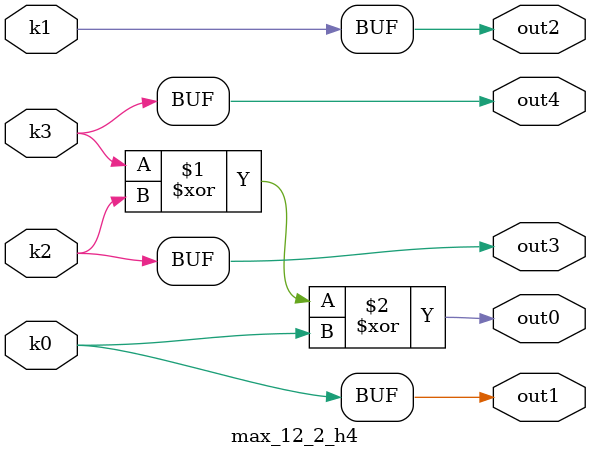
<source format=v>
module max_12_2(pi00, pi01, pi02, pi03, pi04, pi05, pi06, pi07, pi08, pi09, po0, po1, po2, po3, po4);
input pi00, pi01, pi02, pi03, pi04, pi05, pi06, pi07, pi08, pi09;
output po0, po1, po2, po3, po4;
wire k0, k1, k2, k3;
max_12_2_w4 DUT1 (pi00, pi01, pi02, pi03, pi04, pi05, pi06, pi07, pi08, pi09, k0, k1, k2, k3);
max_12_2_h4 DUT2 (k0, k1, k2, k3, po0, po1, po2, po3, po4);
endmodule

module max_12_2_w4(in9, in8, in7, in6, in5, in4, in3, in2, in1, in0, k3, k2, k1, k0);
input in9, in8, in7, in6, in5, in4, in3, in2, in1, in0;
output k3, k2, k1, k0;
assign k0 =   in0 ? (in4 ? ~in9 : ~in7) : in2;
assign k1 =   ((~in1 | in2) & ((in9 & in4 & (in8 | in3)) | (in7 & ~in4 & (in6 | in3)))) | ((in3 | (~in1 & in2)) & (in4 ? in8 : in6)) | (in3 & ~in1 & in2);
assign k2 =   ~in8 & in6;
assign k3 =   (~in9 | (in7 & in5)) & (in7 | in5) & (in6 | ~in8);
endmodule

module max_12_2_h4(k3, k2, k1, k0, out4, out3, out2, out1, out0);
input k3, k2, k1, k0;
output out4, out3, out2, out1, out0;
assign out0 = k3 ^ k2 ^ k0;
assign out1 = k0;
assign out2 = k1;
assign out3 = k2;
assign out4 = k3;
endmodule

</source>
